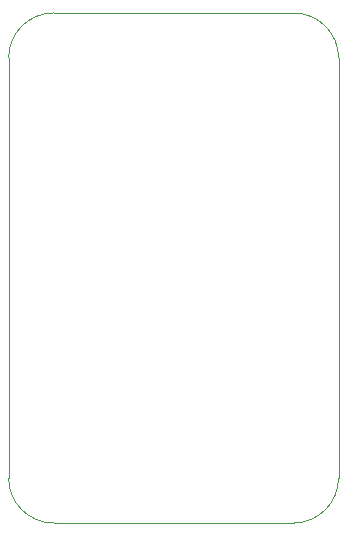
<source format=gbr>
%TF.GenerationSoftware,KiCad,Pcbnew,(5.1.10)-1*%
%TF.CreationDate,2022-01-11T17:46:36-08:00*%
%TF.ProjectId,lowering platform,6c6f7765-7269-46e6-9720-706c6174666f,rev?*%
%TF.SameCoordinates,Original*%
%TF.FileFunction,Profile,NP*%
%FSLAX46Y46*%
G04 Gerber Fmt 4.6, Leading zero omitted, Abs format (unit mm)*
G04 Created by KiCad (PCBNEW (5.1.10)-1) date 2022-01-11 17:46:36*
%MOMM*%
%LPD*%
G01*
G04 APERTURE LIST*
%TA.AperFunction,Profile*%
%ADD10C,0.050000*%
%TD*%
G04 APERTURE END LIST*
D10*
X166370000Y-113030000D02*
G75*
G02*
X162560000Y-116840000I-3810000J0D01*
G01*
X142240000Y-116840000D02*
G75*
G02*
X138430000Y-113030000I0J3810000D01*
G01*
X138430000Y-77470000D02*
G75*
G02*
X142240000Y-73660000I3810000J0D01*
G01*
X162560000Y-73660000D02*
G75*
G02*
X166370000Y-77470000I0J-3810000D01*
G01*
X142240000Y-73660000D02*
X162560000Y-73660000D01*
X138430000Y-113030000D02*
X138430000Y-77470000D01*
X162560000Y-116840000D02*
X142240000Y-116840000D01*
X166370000Y-77470000D02*
X166370000Y-113030000D01*
M02*

</source>
